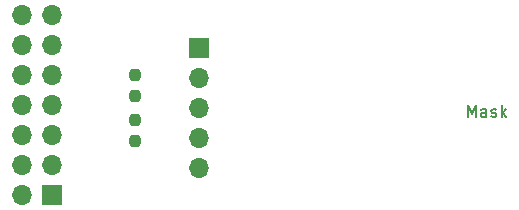
<source format=gbr>
%TF.GenerationSoftware,KiCad,Pcbnew,7.0.10*%
%TF.CreationDate,2024-07-25T10:46:56+01:00*%
%TF.ProjectId,RL78I1C_PMOD_PROG_ADAPTOR_NON_ISO,524c3738-4931-4435-9f50-4d4f445f5052,0*%
%TF.SameCoordinates,Original*%
%TF.FileFunction,Soldermask,Top*%
%TF.FilePolarity,Negative*%
%FSLAX46Y46*%
G04 Gerber Fmt 4.6, Leading zero omitted, Abs format (unit mm)*
G04 Created by KiCad (PCBNEW 7.0.10) date 2024-07-25 10:46:56*
%MOMM*%
%LPD*%
G01*
G04 APERTURE LIST*
G04 Aperture macros list*
%AMRoundRect*
0 Rectangle with rounded corners*
0 $1 Rounding radius*
0 $2 $3 $4 $5 $6 $7 $8 $9 X,Y pos of 4 corners*
0 Add a 4 corners polygon primitive as box body*
4,1,4,$2,$3,$4,$5,$6,$7,$8,$9,$2,$3,0*
0 Add four circle primitives for the rounded corners*
1,1,$1+$1,$2,$3*
1,1,$1+$1,$4,$5*
1,1,$1+$1,$6,$7*
1,1,$1+$1,$8,$9*
0 Add four rect primitives between the rounded corners*
20,1,$1+$1,$2,$3,$4,$5,0*
20,1,$1+$1,$4,$5,$6,$7,0*
20,1,$1+$1,$6,$7,$8,$9,0*
20,1,$1+$1,$8,$9,$2,$3,0*%
G04 Aperture macros list end*
%ADD10C,0.150000*%
%ADD11RoundRect,0.237500X0.237500X-0.250000X0.237500X0.250000X-0.237500X0.250000X-0.237500X-0.250000X0*%
%ADD12RoundRect,0.237500X-0.237500X0.250000X-0.237500X-0.250000X0.237500X-0.250000X0.237500X0.250000X0*%
%ADD13R,1.700000X1.700000*%
%ADD14O,1.700000X1.700000*%
G04 APERTURE END LIST*
D10*
X178436779Y-95169819D02*
X178436779Y-94169819D01*
X178436779Y-94169819D02*
X178770112Y-94884104D01*
X178770112Y-94884104D02*
X179103445Y-94169819D01*
X179103445Y-94169819D02*
X179103445Y-95169819D01*
X180008207Y-95169819D02*
X180008207Y-94646009D01*
X180008207Y-94646009D02*
X179960588Y-94550771D01*
X179960588Y-94550771D02*
X179865350Y-94503152D01*
X179865350Y-94503152D02*
X179674874Y-94503152D01*
X179674874Y-94503152D02*
X179579636Y-94550771D01*
X180008207Y-95122200D02*
X179912969Y-95169819D01*
X179912969Y-95169819D02*
X179674874Y-95169819D01*
X179674874Y-95169819D02*
X179579636Y-95122200D01*
X179579636Y-95122200D02*
X179532017Y-95026961D01*
X179532017Y-95026961D02*
X179532017Y-94931723D01*
X179532017Y-94931723D02*
X179579636Y-94836485D01*
X179579636Y-94836485D02*
X179674874Y-94788866D01*
X179674874Y-94788866D02*
X179912969Y-94788866D01*
X179912969Y-94788866D02*
X180008207Y-94741247D01*
X180436779Y-95122200D02*
X180532017Y-95169819D01*
X180532017Y-95169819D02*
X180722493Y-95169819D01*
X180722493Y-95169819D02*
X180817731Y-95122200D01*
X180817731Y-95122200D02*
X180865350Y-95026961D01*
X180865350Y-95026961D02*
X180865350Y-94979342D01*
X180865350Y-94979342D02*
X180817731Y-94884104D01*
X180817731Y-94884104D02*
X180722493Y-94836485D01*
X180722493Y-94836485D02*
X180579636Y-94836485D01*
X180579636Y-94836485D02*
X180484398Y-94788866D01*
X180484398Y-94788866D02*
X180436779Y-94693628D01*
X180436779Y-94693628D02*
X180436779Y-94646009D01*
X180436779Y-94646009D02*
X180484398Y-94550771D01*
X180484398Y-94550771D02*
X180579636Y-94503152D01*
X180579636Y-94503152D02*
X180722493Y-94503152D01*
X180722493Y-94503152D02*
X180817731Y-94550771D01*
X181293922Y-95169819D02*
X181293922Y-94169819D01*
X181389160Y-94788866D02*
X181674874Y-95169819D01*
X181674874Y-94503152D02*
X181293922Y-94884104D01*
D11*
%TO.C,R2*%
X150300000Y-97212500D03*
X150300000Y-95387500D03*
%TD*%
D12*
%TO.C,R1*%
X150300000Y-91587500D03*
X150300000Y-93412500D03*
%TD*%
D13*
%TO.C,J1*%
X143270400Y-101767200D03*
D14*
X140730400Y-101767200D03*
X143270400Y-99227200D03*
X140730400Y-99227200D03*
X143270400Y-96687200D03*
X140730400Y-96687200D03*
X143270400Y-94147200D03*
X140730400Y-94147200D03*
X143270400Y-91607200D03*
X140730400Y-91607200D03*
X143270400Y-89067200D03*
X140730400Y-89067200D03*
X143270400Y-86527200D03*
X140730400Y-86527200D03*
%TD*%
D13*
%TO.C,J2*%
X155700000Y-89325000D03*
D14*
X155700000Y-91865000D03*
X155700000Y-94405000D03*
X155700000Y-96945000D03*
X155700000Y-99485000D03*
%TD*%
M02*

</source>
